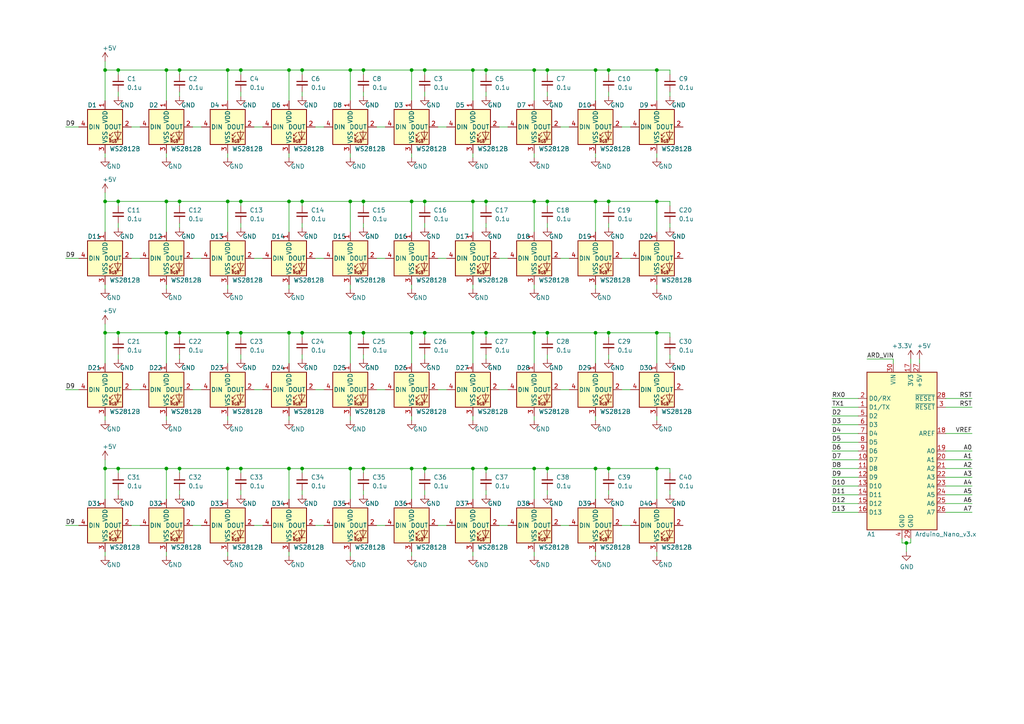
<source format=kicad_sch>
(kicad_sch (version 20230121) (generator eeschema)
  (paper "A4")
  (junction (at 83.82 96.52))
  (junction (at 172.72 96.52))
  (junction (at 140.97 135.89))
  (junction (at 105.41 135.89))
  (junction (at 52.07 96.52))
  (junction (at 66.04 58.42))
  (junction (at 137.16 96.52))
  (junction (at 30.48 135.89))
  (junction (at 48.26 58.42))
  (junction (at 48.26 135.89))
  (junction (at 119.38 20.32))
  (junction (at 119.38 58.42))
  (junction (at 154.94 135.89))
  (junction (at 154.94 96.52))
  (junction (at 137.16 20.32))
  (junction (at 30.48 96.52))
  (junction (at 172.72 135.89))
  (junction (at 48.26 20.32))
  (junction (at 154.94 58.42))
  (junction (at 123.19 96.52))
  (junction (at 66.04 20.32))
  (junction (at 87.63 96.52))
  (junction (at 101.6 135.89))
  (junction (at 158.75 96.52))
  (junction (at 83.82 58.42))
  (junction (at 34.29 135.89))
  (junction (at 30.48 58.42))
  (junction (at 176.53 135.89))
  (junction (at 101.6 58.42))
  (junction (at 119.38 96.52))
  (junction (at 34.29 58.42))
  (junction (at 105.41 96.52))
  (junction (at 69.85 135.89))
  (junction (at 190.5 58.42))
  (junction (at 176.53 58.42))
  (junction (at 158.75 20.32))
  (junction (at 137.16 135.89))
  (junction (at 158.75 135.89))
  (junction (at 119.38 135.89))
  (junction (at 101.6 20.32))
  (junction (at 262.89 157.48))
  (junction (at 69.85 58.42))
  (junction (at 101.6 96.52))
  (junction (at 69.85 96.52))
  (junction (at 83.82 20.32))
  (junction (at 105.41 58.42))
  (junction (at 190.5 20.32))
  (junction (at 172.72 20.32))
  (junction (at 176.53 96.52))
  (junction (at 69.85 20.32))
  (junction (at 48.26 96.52))
  (junction (at 140.97 58.42))
  (junction (at 140.97 20.32))
  (junction (at 190.5 96.52))
  (junction (at 87.63 58.42))
  (junction (at 52.07 20.32))
  (junction (at 52.07 58.42))
  (junction (at 140.97 96.52))
  (junction (at 172.72 58.42))
  (junction (at 123.19 58.42))
  (junction (at 30.48 20.32))
  (junction (at 123.19 20.32))
  (junction (at 66.04 96.52))
  (junction (at 52.07 135.89))
  (junction (at 34.29 20.32))
  (junction (at 83.82 135.89))
  (junction (at 176.53 20.32))
  (junction (at 123.19 135.89))
  (junction (at 158.75 58.42))
  (junction (at 87.63 135.89))
  (junction (at 154.94 20.32))
  (junction (at 190.5 135.89))
  (junction (at 87.63 20.32))
  (junction (at 137.16 58.42))
  (junction (at 66.04 135.89))
  (junction (at 34.29 96.52))
  (junction (at 105.41 20.32))
  (wire (pts (xy 66.04 82.55) (xy 66.04 83.82)))
  (wire (pts (xy 87.63 20.32) (xy 101.6 20.32)))
  (wire (pts (xy 38.1 152.4) (xy 40.64 152.4)))
  (wire (pts (xy 66.04 20.32) (xy 69.85 20.32)))
  (wire (pts (xy 52.07 58.42) (xy 66.04 58.42)))
  (wire (pts (xy 176.53 20.32) (xy 190.5 20.32)))
  (wire (pts (xy 140.97 64.77) (xy 140.97 66.04)))
  (wire (pts (xy 34.29 26.67) (xy 34.29 27.94)))
  (wire (pts (xy 105.41 96.52) (xy 105.41 97.79)))
  (wire (pts (xy 30.48 120.65) (xy 30.48 121.92)))
  (wire (pts (xy 66.04 160.02) (xy 66.04 161.29)))
  (wire (pts (xy 52.07 64.77) (xy 52.07 66.04)))
  (wire (pts (xy 261.62 156.21) (xy 261.62 157.48)))
  (wire (pts (xy 123.19 135.89) (xy 137.16 135.89)))
  (wire (pts (xy 248.92 125.73) (xy 241.3 125.73)))
  (wire (pts (xy 101.6 144.78) (xy 101.6 135.89)))
  (wire (pts (xy 30.48 135.89) (xy 34.29 135.89)))
  (wire (pts (xy 264.16 104.14) (xy 264.16 105.41)))
  (wire (pts (xy 48.26 96.52) (xy 52.07 96.52)))
  (wire (pts (xy 101.6 105.41) (xy 101.6 96.52)))
  (wire (pts (xy 52.07 142.24) (xy 52.07 143.51)))
  (wire (pts (xy 69.85 20.32) (xy 69.85 21.59)))
  (wire (pts (xy 73.66 74.93) (xy 76.2 74.93)))
  (wire (pts (xy 158.75 58.42) (xy 172.72 58.42)))
  (wire (pts (xy 140.97 135.89) (xy 140.97 137.16)))
  (wire (pts (xy 190.5 67.31) (xy 190.5 58.42)))
  (wire (pts (xy 105.41 102.87) (xy 105.41 104.14)))
  (wire (pts (xy 158.75 135.89) (xy 158.75 137.16)))
  (wire (pts (xy 48.26 58.42) (xy 52.07 58.42)))
  (wire (pts (xy 180.34 152.4) (xy 182.88 152.4)))
  (wire (pts (xy 119.38 105.41) (xy 119.38 96.52)))
  (wire (pts (xy 274.32 138.43) (xy 281.94 138.43)))
  (wire (pts (xy 172.72 160.02) (xy 172.72 161.29)))
  (wire (pts (xy 176.53 96.52) (xy 190.5 96.52)))
  (wire (pts (xy 154.94 44.45) (xy 154.94 45.72)))
  (wire (pts (xy 105.41 26.67) (xy 105.41 27.94)))
  (wire (pts (xy 38.1 74.93) (xy 40.64 74.93)))
  (wire (pts (xy 69.85 135.89) (xy 83.82 135.89)))
  (wire (pts (xy 101.6 67.31) (xy 101.6 58.42)))
  (wire (pts (xy 105.41 58.42) (xy 119.38 58.42)))
  (wire (pts (xy 30.48 93.98) (xy 30.48 96.52)))
  (wire (pts (xy 101.6 135.89) (xy 105.41 135.89)))
  (wire (pts (xy 190.5 120.65) (xy 190.5 121.92)))
  (wire (pts (xy 119.38 144.78) (xy 119.38 135.89)))
  (wire (pts (xy 172.72 135.89) (xy 176.53 135.89)))
  (wire (pts (xy 140.97 96.52) (xy 140.97 97.79)))
  (wire (pts (xy 119.38 135.89) (xy 123.19 135.89)))
  (wire (pts (xy 176.53 102.87) (xy 176.53 104.14)))
  (wire (pts (xy 52.07 96.52) (xy 66.04 96.52)))
  (wire (pts (xy 30.48 17.78) (xy 30.48 20.32)))
  (wire (pts (xy 154.94 82.55) (xy 154.94 83.82)))
  (wire (pts (xy 48.26 67.31) (xy 48.26 58.42)))
  (wire (pts (xy 190.5 82.55) (xy 190.5 83.82)))
  (wire (pts (xy 83.82 105.41) (xy 83.82 96.52)))
  (wire (pts (xy 190.5 29.21) (xy 190.5 20.32)))
  (wire (pts (xy 144.78 36.83) (xy 147.32 36.83)))
  (wire (pts (xy 101.6 82.55) (xy 101.6 83.82)))
  (wire (pts (xy 52.07 102.87) (xy 52.07 104.14)))
  (wire (pts (xy 34.29 20.32) (xy 34.29 21.59)))
  (wire (pts (xy 38.1 36.83) (xy 40.64 36.83)))
  (wire (pts (xy 140.97 58.42) (xy 154.94 58.42)))
  (wire (pts (xy 123.19 58.42) (xy 137.16 58.42)))
  (wire (pts (xy 194.31 26.67) (xy 194.31 27.94)))
  (wire (pts (xy 162.56 74.93) (xy 165.1 74.93)))
  (wire (pts (xy 119.38 58.42) (xy 123.19 58.42)))
  (wire (pts (xy 274.32 133.35) (xy 281.94 133.35)))
  (wire (pts (xy 66.04 144.78) (xy 66.04 135.89)))
  (wire (pts (xy 264.16 157.48) (xy 264.16 156.21)))
  (wire (pts (xy 194.31 102.87) (xy 194.31 104.14)))
  (wire (pts (xy 248.92 123.19) (xy 241.3 123.19)))
  (wire (pts (xy 105.41 64.77) (xy 105.41 66.04)))
  (wire (pts (xy 101.6 44.45) (xy 101.6 45.72)))
  (wire (pts (xy 194.31 64.77) (xy 194.31 66.04)))
  (wire (pts (xy 34.29 135.89) (xy 34.29 137.16)))
  (wire (pts (xy 123.19 96.52) (xy 123.19 97.79)))
  (wire (pts (xy 30.48 105.41) (xy 30.48 96.52)))
  (wire (pts (xy 172.72 67.31) (xy 172.72 58.42)))
  (wire (pts (xy 83.82 160.02) (xy 83.82 161.29)))
  (wire (pts (xy 87.63 64.77) (xy 87.63 66.04)))
  (wire (pts (xy 34.29 96.52) (xy 48.26 96.52)))
  (wire (pts (xy 119.38 44.45) (xy 119.38 45.72)))
  (wire (pts (xy 69.85 58.42) (xy 69.85 59.69)))
  (wire (pts (xy 176.53 58.42) (xy 176.53 59.69)))
  (wire (pts (xy 38.1 113.03) (xy 40.64 113.03)))
  (wire (pts (xy 194.31 20.32) (xy 194.31 21.59)))
  (wire (pts (xy 190.5 58.42) (xy 194.31 58.42)))
  (wire (pts (xy 66.04 105.41) (xy 66.04 96.52)))
  (wire (pts (xy 52.07 58.42) (xy 52.07 59.69)))
  (wire (pts (xy 140.97 102.87) (xy 140.97 104.14)))
  (wire (pts (xy 91.44 74.93) (xy 93.98 74.93)))
  (wire (pts (xy 158.75 20.32) (xy 172.72 20.32)))
  (wire (pts (xy 137.16 67.31) (xy 137.16 58.42)))
  (wire (pts (xy 172.72 44.45) (xy 172.72 45.72)))
  (wire (pts (xy 123.19 142.24) (xy 123.19 143.51)))
  (wire (pts (xy 30.48 58.42) (xy 34.29 58.42)))
  (wire (pts (xy 127 74.93) (xy 129.54 74.93)))
  (wire (pts (xy 190.5 105.41) (xy 190.5 96.52)))
  (wire (pts (xy 52.07 135.89) (xy 52.07 137.16)))
  (wire (pts (xy 69.85 102.87) (xy 69.85 104.14)))
  (wire (pts (xy 137.16 135.89) (xy 140.97 135.89)))
  (wire (pts (xy 34.29 96.52) (xy 34.29 97.79)))
  (wire (pts (xy 274.32 115.57) (xy 281.94 115.57)))
  (wire (pts (xy 66.04 29.21) (xy 66.04 20.32)))
  (wire (pts (xy 176.53 64.77) (xy 176.53 66.04)))
  (wire (pts (xy 154.94 120.65) (xy 154.94 121.92)))
  (wire (pts (xy 105.41 96.52) (xy 119.38 96.52)))
  (wire (pts (xy 274.32 125.73) (xy 281.94 125.73)))
  (wire (pts (xy 48.26 105.41) (xy 48.26 96.52)))
  (wire (pts (xy 119.38 96.52) (xy 123.19 96.52)))
  (wire (pts (xy 137.16 44.45) (xy 137.16 45.72)))
  (wire (pts (xy 48.26 160.02) (xy 48.26 161.29)))
  (wire (pts (xy 180.34 36.83) (xy 182.88 36.83)))
  (wire (pts (xy 87.63 102.87) (xy 87.63 104.14)))
  (wire (pts (xy 87.63 58.42) (xy 87.63 59.69)))
  (wire (pts (xy 123.19 64.77) (xy 123.19 66.04)))
  (wire (pts (xy 194.31 58.42) (xy 194.31 59.69)))
  (wire (pts (xy 123.19 20.32) (xy 123.19 21.59)))
  (wire (pts (xy 105.41 142.24) (xy 105.41 143.51)))
  (wire (pts (xy 101.6 96.52) (xy 105.41 96.52)))
  (wire (pts (xy 34.29 64.77) (xy 34.29 66.04)))
  (wire (pts (xy 30.48 20.32) (xy 34.29 20.32)))
  (wire (pts (xy 105.41 58.42) (xy 105.41 59.69)))
  (wire (pts (xy 109.22 152.4) (xy 111.76 152.4)))
  (wire (pts (xy 69.85 96.52) (xy 83.82 96.52)))
  (wire (pts (xy 248.92 138.43) (xy 241.3 138.43)))
  (wire (pts (xy 190.5 144.78) (xy 190.5 135.89)))
  (wire (pts (xy 83.82 58.42) (xy 87.63 58.42)))
  (wire (pts (xy 55.88 74.93) (xy 58.42 74.93)))
  (wire (pts (xy 190.5 44.45) (xy 190.5 45.72)))
  (wire (pts (xy 154.94 160.02) (xy 154.94 161.29)))
  (wire (pts (xy 158.75 20.32) (xy 158.75 21.59)))
  (wire (pts (xy 158.75 102.87) (xy 158.75 104.14)))
  (wire (pts (xy 137.16 96.52) (xy 140.97 96.52)))
  (wire (pts (xy 101.6 120.65) (xy 101.6 121.92)))
  (wire (pts (xy 176.53 26.67) (xy 176.53 27.94)))
  (wire (pts (xy 52.07 26.67) (xy 52.07 27.94)))
  (wire (pts (xy 274.32 118.11) (xy 281.94 118.11)))
  (wire (pts (xy 66.04 96.52) (xy 69.85 96.52)))
  (wire (pts (xy 259.08 105.41) (xy 259.08 104.14)))
  (wire (pts (xy 261.62 157.48) (xy 262.89 157.48)))
  (wire (pts (xy 69.85 96.52) (xy 69.85 97.79)))
  (wire (pts (xy 248.92 118.11) (xy 241.3 118.11)))
  (wire (pts (xy 137.16 29.21) (xy 137.16 20.32)))
  (wire (pts (xy 190.5 135.89) (xy 194.31 135.89)))
  (wire (pts (xy 194.31 142.24) (xy 194.31 143.51)))
  (wire (pts (xy 190.5 96.52) (xy 194.31 96.52)))
  (wire (pts (xy 137.16 120.65) (xy 137.16 121.92)))
  (wire (pts (xy 140.97 20.32) (xy 140.97 21.59)))
  (wire (pts (xy 248.92 130.81) (xy 241.3 130.81)))
  (wire (pts (xy 105.41 20.32) (xy 105.41 21.59)))
  (wire (pts (xy 140.97 26.67) (xy 140.97 27.94)))
  (wire (pts (xy 190.5 160.02) (xy 190.5 161.29)))
  (wire (pts (xy 69.85 142.24) (xy 69.85 143.51)))
  (wire (pts (xy 123.19 20.32) (xy 137.16 20.32)))
  (wire (pts (xy 19.05 36.83) (xy 22.86 36.83)))
  (wire (pts (xy 105.41 135.89) (xy 105.41 137.16)))
  (wire (pts (xy 119.38 20.32) (xy 123.19 20.32)))
  (wire (pts (xy 101.6 20.32) (xy 105.41 20.32)))
  (wire (pts (xy 34.29 135.89) (xy 48.26 135.89)))
  (wire (pts (xy 19.05 113.03) (xy 22.86 113.03)))
  (wire (pts (xy 34.29 102.87) (xy 34.29 104.14)))
  (wire (pts (xy 123.19 58.42) (xy 123.19 59.69)))
  (wire (pts (xy 127 152.4) (xy 129.54 152.4)))
  (wire (pts (xy 137.16 160.02) (xy 137.16 161.29)))
  (wire (pts (xy 158.75 96.52) (xy 172.72 96.52)))
  (wire (pts (xy 140.97 58.42) (xy 140.97 59.69)))
  (wire (pts (xy 176.53 96.52) (xy 176.53 97.79)))
  (wire (pts (xy 248.92 135.89) (xy 241.3 135.89)))
  (wire (pts (xy 48.26 144.78) (xy 48.26 135.89)))
  (wire (pts (xy 123.19 26.67) (xy 123.19 27.94)))
  (wire (pts (xy 109.22 113.03) (xy 111.76 113.03)))
  (wire (pts (xy 109.22 74.93) (xy 111.76 74.93)))
  (wire (pts (xy 48.26 44.45) (xy 48.26 45.72)))
  (wire (pts (xy 123.19 135.89) (xy 123.19 137.16)))
  (wire (pts (xy 69.85 135.89) (xy 69.85 137.16)))
  (wire (pts (xy 172.72 29.21) (xy 172.72 20.32)))
  (wire (pts (xy 158.75 58.42) (xy 158.75 59.69)))
  (wire (pts (xy 105.41 20.32) (xy 119.38 20.32)))
  (wire (pts (xy 259.08 104.14) (xy 251.46 104.14)))
  (wire (pts (xy 176.53 58.42) (xy 190.5 58.42)))
  (wire (pts (xy 34.29 58.42) (xy 48.26 58.42)))
  (wire (pts (xy 34.29 58.42) (xy 34.29 59.69)))
  (wire (pts (xy 83.82 82.55) (xy 83.82 83.82)))
  (wire (pts (xy 140.97 142.24) (xy 140.97 143.51)))
  (wire (pts (xy 83.82 44.45) (xy 83.82 45.72)))
  (wire (pts (xy 48.26 20.32) (xy 52.07 20.32)))
  (wire (pts (xy 137.16 144.78) (xy 137.16 135.89)))
  (wire (pts (xy 87.63 20.32) (xy 87.63 21.59)))
  (wire (pts (xy 119.38 29.21) (xy 119.38 20.32)))
  (wire (pts (xy 248.92 146.05) (xy 241.3 146.05)))
  (wire (pts (xy 194.31 96.52) (xy 194.31 97.79)))
  (wire (pts (xy 154.94 58.42) (xy 158.75 58.42)))
  (wire (pts (xy 109.22 36.83) (xy 111.76 36.83)))
  (wire (pts (xy 83.82 120.65) (xy 83.82 121.92)))
  (wire (pts (xy 274.32 130.81) (xy 281.94 130.81)))
  (wire (pts (xy 137.16 58.42) (xy 140.97 58.42)))
  (wire (pts (xy 30.48 82.55) (xy 30.48 83.82)))
  (wire (pts (xy 48.26 82.55) (xy 48.26 83.82)))
  (wire (pts (xy 176.53 135.89) (xy 176.53 137.16)))
  (wire (pts (xy 55.88 36.83) (xy 58.42 36.83)))
  (wire (pts (xy 73.66 36.83) (xy 76.2 36.83)))
  (wire (pts (xy 158.75 64.77) (xy 158.75 66.04)))
  (wire (pts (xy 162.56 113.03) (xy 165.1 113.03)))
  (wire (pts (xy 101.6 29.21) (xy 101.6 20.32)))
  (wire (pts (xy 162.56 36.83) (xy 165.1 36.83)))
  (wire (pts (xy 30.48 29.21) (xy 30.48 20.32)))
  (wire (pts (xy 123.19 102.87) (xy 123.19 104.14)))
  (wire (pts (xy 154.94 96.52) (xy 158.75 96.52)))
  (wire (pts (xy 30.48 144.78) (xy 30.48 135.89)))
  (wire (pts (xy 144.78 152.4) (xy 147.32 152.4)))
  (wire (pts (xy 144.78 74.93) (xy 147.32 74.93)))
  (wire (pts (xy 119.38 67.31) (xy 119.38 58.42)))
  (wire (pts (xy 137.16 82.55) (xy 137.16 83.82)))
  (wire (pts (xy 30.48 160.02) (xy 30.48 161.29)))
  (wire (pts (xy 69.85 64.77) (xy 69.85 66.04)))
  (wire (pts (xy 144.78 113.03) (xy 147.32 113.03)))
  (wire (pts (xy 87.63 58.42) (xy 101.6 58.42)))
  (wire (pts (xy 19.05 74.93) (xy 22.86 74.93)))
  (wire (pts (xy 69.85 26.67) (xy 69.85 27.94)))
  (wire (pts (xy 91.44 113.03) (xy 93.98 113.03)))
  (wire (pts (xy 274.32 143.51) (xy 281.94 143.51)))
  (wire (pts (xy 172.72 96.52) (xy 176.53 96.52)))
  (wire (pts (xy 266.7 104.14) (xy 266.7 105.41)))
  (wire (pts (xy 154.94 105.41) (xy 154.94 96.52)))
  (wire (pts (xy 154.94 20.32) (xy 158.75 20.32)))
  (wire (pts (xy 30.48 55.88) (xy 30.48 58.42)))
  (wire (pts (xy 101.6 160.02) (xy 101.6 161.29)))
  (wire (pts (xy 274.32 146.05) (xy 281.94 146.05)))
  (wire (pts (xy 119.38 82.55) (xy 119.38 83.82)))
  (wire (pts (xy 30.48 44.45) (xy 30.48 45.72)))
  (wire (pts (xy 190.5 20.32) (xy 194.31 20.32)))
  (wire (pts (xy 248.92 120.65) (xy 241.3 120.65)))
  (wire (pts (xy 248.92 140.97) (xy 241.3 140.97)))
  (wire (pts (xy 30.48 133.35) (xy 30.48 135.89)))
  (wire (pts (xy 91.44 36.83) (xy 93.98 36.83)))
  (wire (pts (xy 262.89 157.48) (xy 264.16 157.48)))
  (wire (pts (xy 87.63 26.67) (xy 87.63 27.94)))
  (wire (pts (xy 262.89 157.48) (xy 262.89 160.02)))
  (wire (pts (xy 83.82 96.52) (xy 87.63 96.52)))
  (wire (pts (xy 101.6 58.42) (xy 105.41 58.42)))
  (wire (pts (xy 30.48 96.52) (xy 34.29 96.52)))
  (wire (pts (xy 69.85 20.32) (xy 83.82 20.32)))
  (wire (pts (xy 180.34 113.03) (xy 182.88 113.03)))
  (wire (pts (xy 87.63 135.89) (xy 101.6 135.89)))
  (wire (pts (xy 137.16 20.32) (xy 140.97 20.32)))
  (wire (pts (xy 52.07 135.89) (xy 66.04 135.89)))
  (wire (pts (xy 248.92 115.57) (xy 241.3 115.57)))
  (wire (pts (xy 48.26 29.21) (xy 48.26 20.32)))
  (wire (pts (xy 119.38 160.02) (xy 119.38 161.29)))
  (wire (pts (xy 55.88 113.03) (xy 58.42 113.03)))
  (wire (pts (xy 19.05 152.4) (xy 22.86 152.4)))
  (wire (pts (xy 180.34 74.93) (xy 182.88 74.93)))
  (wire (pts (xy 87.63 96.52) (xy 87.63 97.79)))
  (wire (pts (xy 83.82 67.31) (xy 83.82 58.42)))
  (wire (pts (xy 248.92 148.59) (xy 241.3 148.59)))
  (wire (pts (xy 48.26 135.89) (xy 52.07 135.89)))
  (wire (pts (xy 172.72 144.78) (xy 172.72 135.89)))
  (wire (pts (xy 137.16 105.41) (xy 137.16 96.52)))
  (wire (pts (xy 248.92 133.35) (xy 241.3 133.35)))
  (wire (pts (xy 248.92 128.27) (xy 241.3 128.27)))
  (wire (pts (xy 119.38 120.65) (xy 119.38 121.92)))
  (wire (pts (xy 127 36.83) (xy 129.54 36.83)))
  (wire (pts (xy 69.85 58.42) (xy 83.82 58.42)))
  (wire (pts (xy 66.04 58.42) (xy 69.85 58.42)))
  (wire (pts (xy 73.66 113.03) (xy 76.2 113.03)))
  (wire (pts (xy 105.41 135.89) (xy 119.38 135.89)))
  (wire (pts (xy 248.92 143.51) (xy 241.3 143.51)))
  (wire (pts (xy 176.53 135.89) (xy 190.5 135.89)))
  (wire (pts (xy 140.97 20.32) (xy 154.94 20.32)))
  (wire (pts (xy 162.56 152.4) (xy 165.1 152.4)))
  (wire (pts (xy 140.97 96.52) (xy 154.94 96.52)))
  (wire (pts (xy 52.07 20.32) (xy 52.07 21.59)))
  (wire (pts (xy 87.63 96.52) (xy 101.6 96.52)))
  (wire (pts (xy 87.63 135.89) (xy 87.63 137.16)))
  (wire (pts (xy 172.72 120.65) (xy 172.72 121.92)))
  (wire (pts (xy 83.82 20.32) (xy 87.63 20.32)))
  (wire (pts (xy 158.75 142.24) (xy 158.75 143.51)))
  (wire (pts (xy 66.04 44.45) (xy 66.04 45.72)))
  (wire (pts (xy 274.32 148.59) (xy 281.94 148.59)))
  (wire (pts (xy 172.72 82.55) (xy 172.72 83.82)))
  (wire (pts (xy 158.75 26.67) (xy 158.75 27.94)))
  (wire (pts (xy 274.32 140.97) (xy 281.94 140.97)))
  (wire (pts (xy 34.29 142.24) (xy 34.29 143.51)))
  (wire (pts (xy 172.72 20.32) (xy 176.53 20.32)))
  (wire (pts (xy 154.94 67.31) (xy 154.94 58.42)))
  (wire (pts (xy 154.94 135.89) (xy 158.75 135.89)))
  (wire (pts (xy 34.29 20.32) (xy 48.26 20.32)))
  (wire (pts (xy 158.75 135.89) (xy 172.72 135.89)))
  (wire (pts (xy 176.53 20.32) (xy 176.53 21.59)))
  (wire (pts (xy 140.97 135.89) (xy 154.94 135.89)))
  (wire (pts (xy 87.63 142.24) (xy 87.63 143.51)))
  (wire (pts (xy 154.94 29.21) (xy 154.94 20.32)))
  (wire (pts (xy 123.19 96.52) (xy 137.16 96.52)))
  (wire (pts (xy 158.75 96.52) (xy 158.75 97.79)))
  (wire (pts (xy 73.66 152.4) (xy 76.2 152.4)))
  (wire (pts (xy 83.82 144.78) (xy 83.82 135.89)))
  (wire (pts (xy 48.26 120.65) (xy 48.26 121.92)))
  (wire (pts (xy 52.07 20.32) (xy 66.04 20.32)))
  (wire (pts (xy 83.82 29.21) (xy 83.82 20.32)))
  (wire (pts (xy 274.32 135.89) (xy 281.94 135.89)))
  (wire (pts (xy 66.04 120.65) (xy 66.04 121.92)))
  (wire (pts (xy 66.04 135.89) (xy 69.85 135.89)))
  (wire (pts (xy 52.07 96.52) (xy 52.07 97.79)))
  (wire (pts (xy 194.31 135.89) (xy 194.31 137.16)))
  (wire (pts (xy 55.88 152.4) (xy 58.42 152.4)))
  (wire (pts (xy 154.94 144.78) (xy 154.94 135.89)))
  (wire (pts (xy 172.72 58.42) (xy 176.53 58.42)))
  (wire (pts (xy 66.04 67.31) (xy 66.04 58.42)))
  (wire (pts (xy 172.72 105.41) (xy 172.72 96.52)))
  (wire (pts (xy 91.44 152.4) (xy 93.98 152.4)))
  (wire (pts (xy 127 113.03) (xy 129.54 113.03)))
  (wire (pts (xy 30.48 67.31) (xy 30.48 58.42)))
  (wire (pts (xy 176.53 142.24) (xy 176.53 143.51)))
  (wire (pts (xy 83.82 135.89) (xy 87.63 135.89)))
  (label "D12" (at 241.3 146.05 0))
  (label "RST" (at 281.94 115.57 180))
  (label "A3" (at 281.94 138.43 180))
  (label "A0" (at 281.94 130.81 180))
  (label "D8" (at 241.3 135.89 0))
  (label "RX0" (at 241.3 115.57 0))
  (label "RST" (at 281.94 118.11 180))
  (label "D9" (at 241.3 138.43 0))
  (label "D9" (at 19.05 36.83 0))
  (label "A1" (at 281.94 133.35 180))
  (label "A6" (at 281.94 146.05 180))
  (label "D4" (at 241.3 125.73 0))
  (label "D9" (at 19.05 152.4 0))
  (label "D9" (at 19.05 113.03 0))
  (label "D6" (at 241.3 130.81 0))
  (label "A5" (at 281.94 143.51 180))
  (label "A7" (at 281.94 148.59 180))
  (label "TX1" (at 241.3 118.11 0))
  (label "D2" (at 241.3 120.65 0))
  (label "D3" (at 241.3 123.19 0))
  (label "D9" (at 19.05 74.93 0))
  (label "A2" (at 281.94 135.89 180))
  (label "A4" (at 281.94 140.97 180))
  (label "VREF" (at 281.94 125.73 180))
  (label "D13" (at 241.3 148.59 0))
  (label "D10" (at 241.3 140.97 0))
  (label "D11" (at 241.3 143.51 0))
  (label "D5" (at 241.3 128.27 0))
  (label "D7" (at 241.3 133.35 0))
  (label "ARD_VIN" (at 251.46 104.14 0))
  (symbol (lib_id "power:GND") (at 137.16 161.29 0) (unit 1)
    (property "Reference" "#PWR080" (effects hide))
    (property "Value" "GND" (at 139.7 163.83 0))
  )
  (symbol (lib_id "Device:C_Small") (at 105.41 139.7 0) (unit 1)
    (property "Reference" "C35" (at 107.95 138.43 0) (effects (justify left)))
    (property "Value" "0.1u" (at 107.95 140.97 0) (effects (justify left)))
    (property "Footprint" "Capacitor_SMD:C_0603_1608Metric_Pad1.05x0.95mm_HandSolder" (effects hide))
    (property "Digikey#" "478-10836-1-ND" (effects hide))
  )
  (symbol (lib_id "LED:WS2812B") (at 48.26 113.03 0) (unit 1)
    (property "Reference" "D22" (at 43.18 106.68 0) (effects (justify left)))
    (property "Value" "WS2812B" (at 49.53 119.38 0) (effects (justify left)))
    (property "Footprint" "LED_SMD:LED_WS2812B_PLCC4_5.0x5.0mm_P3.2mm" (effects hide))
    (property "Datasheet" "https://cdn-shop.adafruit.com/datasheets/WS2812B.pdf" (effects hide))
    (property "Digikey#" "1568-COM-16347CT-ND" (effects hide))
  )
  (symbol (lib_id "power:GND") (at 190.5 45.72 0) (unit 1)
    (property "Reference" "#PWR019" (effects hide))
    (property "Value" "GND" (at 193.04 48.26 0))
  )
  (symbol (lib_id "power:GND") (at 176.53 27.94 0) (unit 1)
    (property "Reference" "#PWR021" (effects hide))
    (property "Value" "GND" (at 179.07 30.48 0))
  )
  (symbol (lib_id "LED:WS2812B") (at 30.48 152.4 0) (unit 1)
    (property "Reference" "D31" (at 25.4 146.05 0) (effects (justify left)))
    (property "Value" "WS2812B" (at 31.75 158.75 0) (effects (justify left)))
    (property "Footprint" "LED_SMD:LED_WS2812B_PLCC4_5.0x5.0mm_P3.2mm" (effects hide))
    (property "Datasheet" "https://cdn-shop.adafruit.com/datasheets/WS2812B.pdf" (effects hide))
    (property "Digikey#" "1568-COM-16347CT-ND" (effects hide))
  )
  (symbol (lib_id "power:GND") (at 87.63 27.94 0) (unit 1)
    (property "Reference" "#PWR015" (effects hide))
    (property "Value" "GND" (at 90.17 30.48 0))
  )
  (symbol (lib_id "power:GND") (at 140.97 27.94 0) (unit 1)
    (property "Reference" "#PWR010" (effects hide))
    (property "Value" "GND" (at 143.51 30.48 0))
  )
  (symbol (lib_id "LED:WS2812B") (at 172.72 113.03 0) (unit 1)
    (property "Reference" "D29" (at 167.64 106.68 0) (effects (justify left)))
    (property "Value" "WS2812B" (at 173.99 119.38 0) (effects (justify left)))
    (property "Footprint" "LED_SMD:LED_WS2812B_PLCC4_5.0x5.0mm_P3.2mm" (effects hide))
    (property "Datasheet" "https://cdn-shop.adafruit.com/datasheets/WS2812B.pdf" (effects hide))
    (property "Digikey#" "1568-COM-16347CT-ND" (effects hide))
  )
  (symbol (lib_id "Device:C_Small") (at 105.41 24.13 0) (unit 1)
    (property "Reference" "C8" (at 107.95 22.86 0) (effects (justify left)))
    (property "Value" "0.1u" (at 107.95 25.4 0) (effects (justify left)))
    (property "Footprint" "Capacitor_SMD:C_0603_1608Metric_Pad1.05x0.95mm_HandSolder" (effects hide))
    (property "Digikey#" "478-10836-1-ND" (effects hide))
  )
  (symbol (lib_id "power:GND") (at 52.07 27.94 0) (unit 1)
    (property "Reference" "#PWR07" (effects hide))
    (property "Value" "GND" (at 54.61 30.48 0))
  )
  (symbol (lib_id "power:GND") (at 30.48 161.29 0) (unit 1)
    (property "Reference" "#PWR068" (effects hide))
    (property "Value" "GND" (at 33.02 163.83 0))
  )
  (symbol (lib_id "Device:C_Small") (at 87.63 139.7 0) (unit 1)
    (property "Reference" "C34" (at 90.17 138.43 0) (effects (justify left)))
    (property "Value" "0.1u" (at 90.17 140.97 0) (effects (justify left)))
    (property "Footprint" "Capacitor_SMD:C_0603_1608Metric_Pad1.05x0.95mm_HandSolder" (effects hide))
    (property "Digikey#" "478-10836-1-ND" (effects hide))
  )
  (symbol (lib_id "LED:WS2812B") (at 83.82 74.93 0) (unit 1)
    (property "Reference" "D14" (at 78.74 68.58 0) (effects (justify left)))
    (property "Value" "WS2812B" (at 85.09 81.28 0) (effects (justify left)))
    (property "Footprint" "LED_SMD:LED_WS2812B_PLCC4_5.0x5.0mm_P3.2mm" (effects hide))
    (property "Datasheet" "https://cdn-shop.adafruit.com/datasheets/WS2812B.pdf" (effects hide))
    (property "Digikey#" "1568-COM-16347CT-ND" (effects hide))
  )
  (symbol (lib_id "power:GND") (at 105.41 104.14 0) (unit 1)
    (property "Reference" "#PWR056" (effects hide))
    (property "Value" "GND" (at 107.95 106.68 0))
  )
  (symbol (lib_id "power:GND") (at 172.72 161.29 0) (unit 1)
    (property "Reference" "#PWR084" (effects hide))
    (property "Value" "GND" (at 175.26 163.83 0))
  )
  (symbol (lib_id "LED:WS2812B") (at 119.38 36.83 0) (unit 1)
    (property "Reference" "D3" (at 114.3 30.48 0) (effects (justify left)))
    (property "Value" "WS2812B" (at 120.65 43.18 0) (effects (justify left)))
    (property "Footprint" "LED_SMD:LED_WS2812B_PLCC4_5.0x5.0mm_P3.2mm" (effects hide))
    (property "Datasheet" "https://cdn-shop.adafruit.com/datasheets/WS2812B.pdf" (effects hide))
    (property "Digikey#" "1568-COM-16347CT-ND" (effects hide))
  )
  (symbol (lib_id "power:GND") (at 30.48 45.72 0) (unit 1)
    (property "Reference" "#PWR02" (effects hide))
    (property "Value" "GND" (at 33.02 48.26 0))
  )
  (symbol (lib_id "LED:WS2812B") (at 190.5 36.83 0) (unit 1)
    (property "Reference" "D9" (at 185.42 30.48 0) (effects (justify left)))
    (property "Value" "WS2812B" (at 191.77 43.18 0) (effects (justify left)))
    (property "Footprint" "LED_SMD:LED_WS2812B_PLCC4_5.0x5.0mm_P3.2mm" (effects hide))
    (property "Datasheet" "https://cdn-shop.adafruit.com/datasheets/WS2812B.pdf" (effects hide))
    (property "Digikey#" "1568-COM-16347CT-ND" (effects hide))
  )
  (symbol (lib_id "LED:WS2812B") (at 154.94 152.4 0) (unit 1)
    (property "Reference" "D38" (at 149.86 146.05 0) (effects (justify left)))
    (property "Value" "WS2812B" (at 156.21 158.75 0) (effects (justify left)))
    (property "Footprint" "LED_SMD:LED_WS2812B_PLCC4_5.0x5.0mm_P3.2mm" (effects hide))
    (property "Datasheet" "https://cdn-shop.adafruit.com/datasheets/WS2812B.pdf" (effects hide))
    (property "Digikey#" "1568-COM-16347CT-ND" (effects hide))
  )
  (symbol (lib_id "power:GND") (at 137.16 45.72 0) (unit 1)
    (property "Reference" "#PWR08" (effects hide))
    (property "Value" "GND" (at 139.7 48.26 0))
  )
  (symbol (lib_id "power:GND") (at 137.16 121.92 0) (unit 1)
    (property "Reference" "#PWR059" (effects hide))
    (property "Value" "GND" (at 139.7 124.46 0))
  )
  (symbol (lib_id "Device:C_Small") (at 34.29 100.33 0) (unit 1)
    (property "Reference" "C21" (at 36.83 99.06 0) (effects (justify left)))
    (property "Value" "0.1u" (at 36.83 101.6 0) (effects (justify left)))
    (property "Footprint" "Capacitor_SMD:C_0603_1608Metric_Pad1.05x0.95mm_HandSolder" (effects hide))
    (property "Digikey#" "478-10836-1-ND" (effects hide))
  )
  (symbol (lib_id "power:GND") (at 66.04 121.92 0) (unit 1)
    (property "Reference" "#PWR051" (effects hide))
    (property "Value" "GND" (at 68.58 124.46 0))
  )
  (symbol (lib_id "power:GND") (at 52.07 66.04 0) (unit 1)
    (property "Reference" "#PWR029" (effects hide))
    (property "Value" "GND" (at 54.61 68.58 0))
  )
  (symbol (lib_id "LED:WS2812B") (at 30.48 113.03 0) (unit 1)
    (property "Reference" "D21" (at 25.4 106.68 0) (effects (justify left)))
    (property "Value" "WS2812B" (at 31.75 119.38 0) (effects (justify left)))
    (property "Footprint" "LED_SMD:LED_WS2812B_PLCC4_5.0x5.0mm_P3.2mm" (effects hide))
    (property "Datasheet" "https://cdn-shop.adafruit.com/datasheets/WS2812B.pdf" (effects hide))
    (property "Digikey#" "1568-COM-16347CT-ND" (effects hide))
  )
  (symbol (lib_id "power:GND") (at 154.94 83.82 0) (unit 1)
    (property "Reference" "#PWR040" (effects hide))
    (property "Value" "GND" (at 157.48 86.36 0))
  )
  (symbol (lib_id "Device:C_Small") (at 194.31 139.7 0) (unit 1)
    (property "Reference" "C40" (at 196.85 138.43 0) (effects (justify left)))
    (property "Value" "0.1u" (at 196.85 140.97 0) (effects (justify left)))
    (property "Footprint" "Capacitor_SMD:C_0603_1608Metric_Pad1.05x0.95mm_HandSolder" (effects hide))
    (property "Digikey#" "478-10836-1-ND" (effects hide))
  )
  (symbol (lib_id "power:GND") (at 34.29 143.51 0) (unit 1)
    (property "Reference" "#PWR069" (effects hide))
    (property "Value" "GND" (at 36.83 146.05 0))
  )
  (symbol (lib_id "power:GND") (at 69.85 104.14 0) (unit 1)
    (property "Reference" "#PWR052" (effects hide))
    (property "Value" "GND" (at 72.39 106.68 0))
  )
  (symbol (lib_id "LED:WS2812B") (at 172.72 152.4 0) (unit 1)
    (property "Reference" "D39" (at 167.64 146.05 0) (effects (justify left)))
    (property "Value" "WS2812B" (at 173.99 158.75 0) (effects (justify left)))
    (property "Footprint" "LED_SMD:LED_WS2812B_PLCC4_5.0x5.0mm_P3.2mm" (effects hide))
    (property "Datasheet" "https://cdn-shop.adafruit.com/datasheets/WS2812B.pdf" (effects hide))
    (property "Digikey#" "1568-COM-16347CT-ND" (effects hide))
  )
  (symbol (lib_id "power:GND") (at 34.29 66.04 0) (unit 1)
    (property "Reference" "#PWR027" (effects hide))
    (property "Value" "GND" (at 36.83 68.58 0))
  )
  (symbol (lib_id "Device:C_Small") (at 123.19 62.23 0) (unit 1)
    (property "Reference" "C16" (at 125.73 60.96 0) (effects (justify left)))
    (property "Value" "0.1u" (at 125.73 63.5 0) (effects (justify left)))
    (property "Footprint" "Capacitor_SMD:C_0603_1608Metric_Pad1.05x0.95mm_HandSolder" (effects hide))
    (property "Digikey#" "478-10836-1-ND" (effects hide))
  )
  (symbol (lib_id "LED:WS2812B") (at 172.72 36.83 0) (unit 1)
    (property "Reference" "D10" (at 167.64 30.48 0) (effects (justify left)))
    (property "Value" "WS2812B" (at 173.99 43.18 0) (effects (justify left)))
    (property "Footprint" "LED_SMD:LED_WS2812B_PLCC4_5.0x5.0mm_P3.2mm" (effects hide))
    (property "Datasheet" "https://cdn-shop.adafruit.com/datasheets/WS2812B.pdf" (effects hide))
    (property "Digikey#" "1568-COM-16347CT-ND" (effects hide))
  )
  (symbol (lib_id "LED:WS2812B") (at 137.16 113.03 0) (unit 1)
    (property "Reference" "D27" (at 132.08 106.68 0) (effects (justify left)))
    (property "Value" "WS2812B" (at 138.43 119.38 0) (effects (justify left)))
    (property "Footprint" "LED_SMD:LED_WS2812B_PLCC4_5.0x5.0mm_P3.2mm" (effects hide))
    (property "Datasheet" "https://cdn-shop.adafruit.com/datasheets/WS2812B.pdf" (effects hide))
    (property "Digikey#" "1568-COM-16347CT-ND" (effects hide))
  )
  (symbol (lib_id "power:GND") (at 52.07 143.51 0) (unit 1)
    (property "Reference" "#PWR071" (effects hide))
    (property "Value" "GND" (at 54.61 146.05 0))
  )
  (symbol (lib_id "Device:C_Small") (at 123.19 100.33 0) (unit 1)
    (property "Reference" "C26" (at 125.73 99.06 0) (effects (justify left)))
    (property "Value" "0.1u" (at 125.73 101.6 0) (effects (justify left)))
    (property "Footprint" "Capacitor_SMD:C_0603_1608Metric_Pad1.05x0.95mm_HandSolder" (effects hide))
    (property "Digikey#" "478-10836-1-ND" (effects hide))
  )
  (symbol (lib_id "power:GND") (at 105.41 143.51 0) (unit 1)
    (property "Reference" "#PWR077" (effects hide))
    (property "Value" "GND" (at 107.95 146.05 0))
  )
  (symbol (lib_id "power:GND") (at 154.94 45.72 0) (unit 1)
    (property "Reference" "#PWR012" (effects hide))
    (property "Value" "GND" (at 157.48 48.26 0))
  )
  (symbol (lib_id "power:GND") (at 190.5 83.82 0) (unit 1)
    (property "Reference" "#PWR044" (effects hide))
    (property "Value" "GND" (at 193.04 86.36 0))
  )
  (symbol (lib_id "power:GND") (at 83.82 83.82 0) (unit 1)
    (property "Reference" "#PWR032" (effects hide))
    (property "Value" "GND" (at 86.36 86.36 0))
  )
  (symbol (lib_id "power:GND") (at 105.41 27.94 0) (unit 1)
    (property "Reference" "#PWR018" (effects hide))
    (property "Value" "GND" (at 107.95 30.48 0))
  )
  (symbol (lib_id "Device:C_Small") (at 194.31 24.13 0) (unit 1)
    (property "Reference" "C9" (at 196.85 22.86 0) (effects (justify left)))
    (property "Value" "0.1u" (at 196.85 25.4 0) (effects (justify left)))
    (property "Footprint" "Capacitor_SMD:C_0603_1608Metric_Pad1.05x0.95mm_HandSolder" (effects hide))
    (property "Digikey#" "478-10836-1-ND" (effects hide))
  )
  (symbol (lib_id "power:GND") (at 87.63 143.51 0) (unit 1)
    (property "Reference" "#PWR075" (effects hide))
    (property "Value" "GND" (at 90.17 146.05 0))
  )
  (symbol (lib_id "Device:C_Small") (at 34.29 24.13 0) (unit 1)
    (property "Reference" "C1" (at 36.83 22.86 0) (effects (justify left)))
    (property "Value" "0.1u" (at 36.83 25.4 0) (effects (justify left)))
    (property "Footprint" "Capacitor_SMD:C_0603_1608Metric_Pad1.05x0.95mm_HandSolder" (effects hide))
    (property "Digikey#" "478-10836-1-ND" (effects hide))
  )
  (symbol (lib_id "power:GND") (at 172.72 45.72 0) (unit 1)
    (property "Reference" "#PWR016" (effects hide))
    (property "Value" "GND" (at 175.26 48.26 0))
  )
  (symbol (lib_id "power:GND") (at 105.41 66.04 0) (unit 1)
    (property "Reference" "#PWR035" (effects hide))
    (property "Value" "GND" (at 107.95 68.58 0))
  )
  (symbol (lib_id "power:GND") (at 48.26 121.92 0) (unit 1)
    (property "Reference" "#PWR049" (effects hide))
    (property "Value" "GND" (at 50.8 124.46 0))
  )
  (symbol (lib_id "LED:WS2812B") (at 137.16 36.83 0) (unit 1)
    (property "Reference" "D5" (at 132.08 30.48 0) (effects (justify left)))
    (property "Value" "WS2812B" (at 138.43 43.18 0) (effects (justify left)))
    (property "Footprint" "LED_SMD:LED_WS2812B_PLCC4_5.0x5.0mm_P3.2mm" (effects hide))
    (property "Datasheet" "https://cdn-shop.adafruit.com/datasheets/WS2812B.pdf" (effects hide))
    (property "Digikey#" "1568-COM-16347CT-ND" (effects hide))
  )
  (symbol (lib_id "Device:C_Small") (at 105.41 100.33 0) (unit 1)
    (property "Reference" "C25" (at 107.95 99.06 0) (effects (justify left)))
    (property "Value" "0.1u" (at 107.95 101.6 0) (effects (justify left)))
    (property "Footprint" "Capacitor_SMD:C_0603_1608Metric_Pad1.05x0.95mm_HandSolder" (effects hide))
    (property "Digikey#" "478-10836-1-ND" (effects hide))
  )
  (symbol (lib_id "LED:WS2812B") (at 154.94 113.03 0) (unit 1)
    (property "Reference" "D28" (at 149.86 106.68 0) (effects (justify left)))
    (property "Value" "WS2812B" (at 156.21 119.38 0) (effects (justify left)))
    (property "Footprint" "LED_SMD:LED_WS2812B_PLCC4_5.0x5.0mm_P3.2mm" (effects hide))
    (property "Datasheet" "https://cdn-shop.adafruit.com/datasheets/WS2812B.pdf" (effects hide))
    (property "Digikey#" "1568-COM-16347CT-ND" (effects hide))
  )
  (symbol (lib_id "LED:WS2812B") (at 66.04 74.93 0) (unit 1)
    (property "Reference" "D13" (at 60.96 68.58 0) (effects (justify left)))
    (property "Value" "WS2812B" (at 67.31 81.28 0) (effects (justify left)))
    (property "Footprint" "LED_SMD:LED_WS2812B_PLCC4_5.0x5.0mm_P3.2mm" (effects hide))
    (property "Datasheet" "https://cdn-shop.adafruit.com/datasheets/WS2812B.pdf" (effects hide))
    (property "Digikey#" "1568-COM-16347CT-ND" (effects hide))
  )
  (symbol (lib_id "power:GND") (at 48.26 161.29 0) (unit 1)
    (property "Reference" "#PWR070" (effects hide))
    (property "Value" "GND" (at 50.8 163.83 0))
  )
  (symbol (lib_id "LED:WS2812B") (at 154.94 74.93 0) (unit 1)
    (property "Reference" "D18" (at 149.86 68.58 0) (effects (justify left)))
    (property "Value" "WS2812B" (at 156.21 81.28 0) (effects (justify left)))
    (property "Footprint" "LED_SMD:LED_WS2812B_PLCC4_5.0x5.0mm_P3.2mm" (effects hide))
    (property "Datasheet" "https://cdn-shop.adafruit.com/datasheets/WS2812B.pdf" (effects hide))
    (property "Digikey#" "1568-COM-16347CT-ND" (effects hide))
  )
  (symbol (lib_id "LED:WS2812B") (at 30.48 74.93 0) (unit 1)
    (property "Reference" "D11" (at 25.4 68.58 0) (effects (justify left)))
    (property "Value" "WS2812B" (at 31.75 81.28 0) (effects (justify left)))
    (property "Footprint" "LED_SMD:LED_WS2812B_PLCC4_5.0x5.0mm_P3.2mm" (effects hide))
    (property "Datasheet" "https://cdn-shop.adafruit.com/datasheets/WS2812B.pdf" (effects hide))
    (property "Digikey#" "1568-COM-16347CT-ND" (effects hide))
  )
  (symbol (lib_id "LED:WS2812B") (at 30.48 36.83 0) (unit 1)
    (property "Reference" "D1" (at 25.4 30.48 0) (effects (justify left)))
    (property "Value" "WS2812B" (at 31.75 43.18 0) (effects (justify left)))
    (property "Footprint" "LED_SMD:LED_WS2812B_PLCC4_5.0x5.0mm_P3.2mm" (effects hide))
    (property "Datasheet" "https://cdn-shop.adafruit.com/datasheets/WS2812B.pdf" (effects hide))
    (property "Digikey#" "1568-COM-16347CT-ND" (effects hide))
  )
  (symbol (lib_id "Device:C_Small") (at 194.31 62.23 0) (unit 1)
    (property "Reference" "C20" (at 196.85 60.96 0) (effects (justify left)))
    (property "Value" "0.1u" (at 196.85 63.5 0) (effects (justify left)))
    (property "Footprint" "Capacitor_SMD:C_0603_1608Metric_Pad1.05x0.95mm_HandSolder" (effects hide))
    (property "Digikey#" "478-10836-1-ND" (effects hide))
  )
  (symbol (lib_id "power:GND") (at 30.48 83.82 0) (unit 1)
    (property "Reference" "#PWR026" (effects hide))
    (property "Value" "GND" (at 33.02 86.36 0))
  )
  (symbol (lib_id "Device:C_Small") (at 176.53 100.33 0) (unit 1)
    (property "Reference" "C29" (at 179.07 99.06 0) (effects (justify left)))
    (property "Value" "0.1u" (at 179.07 101.6 0) (effects (justify left)))
    (property "Footprint" "Capacitor_SMD:C_0603_1608Metric_Pad1.05x0.95mm_HandSolder" (effects hide))
    (property "Digikey#" "478-10836-1-ND" (effects hide))
  )
  (symbol (lib_id "Device:C_Small") (at 52.07 24.13 0) (unit 1)
    (property "Reference" "C2" (at 54.61 22.86 0) (effects (justify left)))
    (property "Value" "0.1u" (at 54.61 25.4 0) (effects (justify left)))
    (property "Footprint" "Capacitor_SMD:C_0603_1608Metric_Pad1.05x0.95mm_HandSolder" (effects hide))
    (property "Digikey#" "478-10836-1-ND" (effects hide))
  )
  (symbol (lib_id "LED:WS2812B") (at 101.6 152.4 0) (unit 1)
    (property "Reference" "D35" (at 96.52 146.05 0) (effects (justify left)))
    (property "Value" "WS2812B" (at 102.87 158.75 0) (effects (justify left)))
    (property "Footprint" "LED_SMD:LED_WS2812B_PLCC4_5.0x5.0mm_P3.2mm" (effects hide))
    (property "Datasheet" "https://cdn-shop.adafruit.com/datasheets/WS2812B.pdf" (effects hide))
    (property "Digikey#" "1568-COM-16347CT-ND" (effects hide))
  )
  (symbol (lib_id "power:GND") (at 101.6 161.29 0) (unit 1)
    (property "Reference" "#PWR076" (effects hide))
    (property "Value" "GND" (at 104.14 163.83 0))
  )
  (symbol (lib_id "LED:WS2812B") (at 190.5 113.03 0) (unit 1)
    (property "Reference" "D30" (at 185.42 106.68 0) (effects (justify left)))
    (property "Value" "WS2812B" (at 191.77 119.38 0) (effects (justify left)))
    (property "Footprint" "LED_SMD:LED_WS2812B_PLCC4_5.0x5.0mm_P3.2mm" (effects hide))
    (property "Datasheet" "https://cdn-shop.adafruit.com/datasheets/WS2812B.pdf" (effects hide))
    (property "Digikey#" "1568-COM-16347CT-ND" (effects hide))
  )
  (symbol (lib_id "Device:C_Small") (at 123.19 139.7 0) (unit 1)
    (property "Reference" "C36" (at 125.73 138.43 0) (effects (justify left)))
    (property "Value" "0.1u" (at 125.73 140.97 0) (effects (justify left)))
    (property "Footprint" "Capacitor_SMD:C_0603_1608Metric_Pad1.05x0.95mm_HandSolder" (effects hide))
    (property "Digikey#" "478-10836-1-ND" (effects hide))
  )
  (symbol (lib_id "power:GND") (at 48.26 45.72 0) (unit 1)
    (property "Reference" "#PWR05" (effects hide))
    (property "Value" "GND" (at 50.8 48.26 0))
  )
  (symbol (lib_id "power:GND") (at 123.19 143.51 0) (unit 1)
    (property "Reference" "#PWR079" (effects hide))
    (property "Value" "GND" (at 125.73 146.05 0))
  )
  (symbol (lib_id "power:+5V") (at 30.48 55.88 0) (unit 1)
    (property "Reference" "#PWR022" (effects hide))
    (property "Value" "+5V" (at 31.75 52.07 0))
  )
  (symbol (lib_id "power:GND") (at 158.75 66.04 0) (unit 1)
    (property "Reference" "#PWR041" (effects hide))
    (property "Value" "GND" (at 161.29 68.58 0))
  )
  (symbol (lib_id "Device:C_Small") (at 69.85 62.23 0) (unit 1)
    (property "Reference" "C13" (at 72.39 60.96 0) (effects (justify left)))
    (property "Value" "0.1u" (at 72.39 63.5 0) (effects (justify left)))
    (property "Footprint" "Capacitor_SMD:C_0603_1608Metric_Pad1.05x0.95mm_HandSolder" (effects hide))
    (property "Digikey#" "478-10836-1-ND" (effects hide))
  )
  (symbol (lib_id "power:GND") (at 123.19 66.04 0) (unit 1)
    (property "Reference" "#PWR037" (effects hide))
    (property "Value" "GND" (at 125.73 68.58 0))
  )
  (symbol (lib_id "power:+3.3V") (at 264.16 104.14 0) (unit 1)
    (property "Reference" "#PWR024" (effects hide))
    (property "Value" "+3.3V" (at 261.62 100.33 0))
  )
  (symbol (lib_id "power:GND") (at 101.6 45.72 0) (unit 1)
    (property "Reference" "#PWR017" (effects hide))
    (property "Value" "GND" (at 104.14 48.26 0))
  )
  (symbol (lib_id "power:+5V") (at 30.48 133.35 0) (unit 1)
    (property "Reference" "#PWR067" (effects hide))
    (property "Value" "+5V" (at 31.75 129.54 0))
  )
  (symbol (lib_id "power:GND") (at 83.82 161.29 0) (unit 1)
    (property "Reference" "#PWR074" (effects hide))
    (property "Value" "GND" (at 86.36 163.83 0))
  )
  (symbol (lib_id "power:GND") (at 158.75 143.51 0) (unit 1)
    (property "Reference" "#PWR083" (effects hide))
    (property "Value" "GND" (at 161.29 146.05 0))
  )
  (symbol (lib_id "power:GND") (at 123.19 104.14 0) (unit 1)
    (property "Reference" "#PWR058" (effects hide))
    (property "Value" "GND" (at 125.73 106.68 0))
  )
  (symbol (lib_id "Device:C_Small") (at 69.85 100.33 0) (unit 1)
    (property "Reference" "C23" (at 72.39 99.06 0) (effects (justify left)))
    (property "Value" "0.1u" (at 72.39 101.6 0) (effects (justify left)))
    (property "Footprint" "Capacitor_SMD:C_0603_1608Metric_Pad1.05x0.95mm_HandSolder" (effects hide))
    (property "Digikey#" "478-10836-1-ND" (effects hide))
  )
  (symbol (lib_id "power:GND") (at 48.26 83.82 0) (unit 1)
    (property "Reference" "#PWR028" (effects hide))
    (property "Value" "GND" (at 50.8 86.36 0))
  )
  (symbol (lib_id "Device:C_Small") (at 158.75 62.23 0) (unit 1)
    (property "Reference" "C18" (at 161.29 60.96 0) (effects (justify left)))
    (property "Value" "0.1u" (at 161.29 63.5 0) (effects (justify left)))
    (property "Footprint" "Capacitor_SMD:C_0603_1608Metric_Pad1.05x0.95mm_HandSolder" (effects hide))
    (property "Digikey#" "478-10836-1-ND" (effects hide))
  )
  (symbol (lib_id "power:GND") (at 66.04 161.29 0) (unit 1)
    (property "Reference" "#PWR072" (effects hide))
    (property "Value" "GND" (at 68.58 163.83 0))
  )
  (symbol (lib_id "Device:C_Small") (at 194.31 100.33 0) (unit 1)
    (property "Reference" "C30" (at 196.85 99.06 0) (effects (justify left)))
    (property "Value" "0.1u" (at 196.85 101.6 0) (effects (justify left)))
    (property "Footprint" "Capacitor_SMD:C_0603_1608Metric_Pad1.05x0.95mm_HandSolder" (effects hide))
    (property "Digikey#" "478-10836-1-ND" (effects hide))
  )
  (symbol (lib_id "power:GND") (at 172.72 83.82 0) (unit 1)
    (property "Reference" "#PWR042" (effects hide))
    (property "Value" "GND" (at 175.26 86.36 0))
  )
  (symbol (lib_id "LED:WS2812B") (at 101.6 74.93 0) (unit 1)
    (property "Reference" "D15" (at 96.52 68.58 0) (effects (justify left)))
    (property "Value" "WS2812B" (at 102.87 81.28 0) (effects (justify left)))
    (property "Footprint" "LED_SMD:LED_WS2812B_PLCC4_5.0x5.0mm_P3.2mm" (effects hide))
    (property "Datasheet" "https://cdn-shop.adafruit.com/datasheets/WS2812B.pdf" (effects hide))
    (property "Digikey#" "1568-COM-16347CT-ND" (effects hide))
  )
  (symbol (lib_id "Device:C_Small") (at 140.97 139.7 0) (unit 1)
    (property "Reference" "C37" (at 143.51 138.43 0) (effects (justify left)))
    (property "Value" "0.1u" (at 143.51 140.97 0) (effects (justify left)))
    (property "Footprint" "Capacitor_SMD:C_0603_1608Metric_Pad1.05x0.95mm_HandSolder" (effects hide))
    (property "Digikey#" "478-10836-1-ND" (effects hide))
  )
  (symbol (lib_id "power:GND") (at 123.19 27.94 0) (unit 1)
    (property "Reference" "#PWR06" (effects hide))
    (property "Value" "GND" (at 125.73 30.48 0))
  )
  (symbol (lib_id "power:GND") (at 194.31 104.14 0) (unit 1)
    (property "Reference" "#PWR066" (effects hide))
    (property "Value" "GND" (at 196.85 106.68 0))
  )
  (symbol (lib_id "Device:C_Small") (at 69.85 139.7 0) (unit 1)
    (property "Reference" "C33" (at 72.39 138.43 0) (effects (justify left)))
    (property "Value" "0.1u" (at 72.39 140.97 0) (effects (justify left)))
    (property "Footprint" "Capacitor_SMD:C_0603_1608Metric_Pad1.05x0.95mm_HandSolder" (effects hide))
    (property "Digikey#" "478-10836-1-ND" (effects hide))
  )
  (symbol (lib_id "Device:C_Small") (at 176.53 139.7 0) (unit 1)
    (property "Reference" "C39" (at 179.07 138.43 0) (effects (justify left)))
    (property "Value" "0.1u" (at 179.07 140.97 0) (effects (justify left)))
    (property "Footprint" "Capacitor_SMD:C_0603_1608Metric_Pad1.05x0.95mm_HandSolder" (effects hide))
    (property "Digikey#" "478-10836-1-ND" (effects hide))
  )
  (symbol (lib_id "LED:WS2812B") (at 66.04 152.4 0) (unit 1)
    (property "Reference" "D33" (at 60.96 146.05 0) (effects (justify left)))
    (property "Value" "WS2812B" (at 67.31 158.75 0) (effects (justify left)))
    (property "Footprint" "LED_SMD:LED_WS2812B_PLCC4_5.0x5.0mm_P3.2mm" (effects hide))
    (property "Datasheet" "https://cdn-shop.adafruit.com/datasheets/WS2812B.pdf" (effects hide))
    (property "Digikey#" "1568-COM-16347CT-ND" (effects hide))
  )
  (symbol (lib_id "power:GND") (at 66.04 83.82 0) (unit 1)
    (property "Reference" "#PWR030" (effects hide))
    (property "Value" "GND" (at 68.58 86.36 0))
  )
  (symbol (lib_id "power:GND") (at 194.31 143.51 0) (unit 1)
    (property "Reference" "#PWR087" (effects hide))
    (property "Value" "GND" (at 196.85 146.05 0))
  )
  (symbol (lib_id "power:GND") (at 66.04 45.72 0) (unit 1)
    (property "Reference" "#PWR09" (effects hide))
    (property "Value" "GND" (at 68.58 48.26 0))
  )
  (symbol (lib_id "power:GND") (at 83.82 45.72 0) (unit 1)
    (property "Reference" "#PWR013" (effects hide))
    (property "Value" "GND" (at 86.36 48.26 0))
  )
  (symbol (lib_id "LED:WS2812B") (at 137.16 152.4 0) (unit 1)
    (property "Reference" "D37" (at 132.08 146.05 0) (effects (justify left)))
    (property "Value" "WS2812B" (at 138.43 158.75 0) (effects (justify left)))
    (property "Footprint" "LED_SMD:LED_WS2812B_PLCC4_5.0x5.0mm_P3.2mm" (effects hide))
    (property "Datasheet" "https://cdn-shop.adafruit.com/datasheets/WS2812B.pdf" (effects hide))
    (property "Digikey#" "1568-COM-16347CT-ND" (effects hide))
  )
  (symbol (lib_id "power:GND") (at 30.48 121.92 0) (unit 1)
    (property "Reference" "#PWR047" (effects hide))
    (property "Value" "GND" (at 33.02 124.46 0))
  )
  (symbol (lib_id "Device:C_Small") (at 87.63 24.13 0) (unit 1)
    (property "Reference" "C6" (at 90.17 22.86 0) (effects (justify left)))
    (property "Value" "0.1u" (at 90.17 25.4 0) (effects (justify left)))
    (property "Footprint" "Capacitor_SMD:C_0603_1608Metric_Pad1.05x0.95mm_HandSolder" (effects hide))
    (property "Digikey#" "478-10836-1-ND" (effects hide))
  )
  (symbol (lib_id "power:GND") (at 172.72 121.92 0) (unit 1)
    (property "Reference" "#PWR063" (effects hide))
    (property "Value" "GND" (at 175.26 124.46 0))
  )
  (symbol (lib_id "power:GND") (at 140.97 66.04 0) (unit 1)
    (property "Reference" "#PWR039" (effects hide))
    (property "Value" "GND" (at 143.51 68.58 0))
  )
  (symbol (lib_id "Device:C_Small") (at 52.07 100.33 0) (unit 1)
    (property "Reference" "C22" (at 54.61 99.06 0) (effects (justify left)))
    (property "Value" "0.1u" (at 54.61 101.6 0) (effects (justify left)))
    (property "Footprint" "Capacitor_SMD:C_0603_1608Metric_Pad1.05x0.95mm_HandSolder" (effects hide))
    (property "Digikey#" "478-10836-1-ND" (effects hide))
  )
  (symbol (lib_id "power:GND") (at 194.31 66.04 0) (unit 1)
    (property "Reference" "#PWR045" (effects hide))
    (property "Value" "GND" (at 196.85 68.58 0))
  )
  (symbol (lib_id "power:GND") (at 190.5 121.92 0) (unit 1)
    (property "Reference" "#PWR065" (effects hide))
    (property "Value" "GND" (at 193.04 124.46 0))
  )
  (symbol (lib_id "power:GND") (at 176.53 66.04 0) (unit 1)
    (property "Reference" "#PWR043" (effects hide))
    (property "Value" "GND" (at 179.07 68.58 0))
  )
  (symbol (lib_id "Device:C_Small") (at 52.07 62.23 0) (unit 1)
    (property "Reference" "C12" (at 54.61 60.96 0) (effects (justify left)))
    (property "Value" "0.1u" (at 54.61 63.5 0) (effects (justify left)))
    (property "Footprint" "Capacitor_SMD:C_0603_1608Metric_Pad1.05x0.95mm_HandSolder" (effects hide))
    (property "Digikey#" "478-10836-1-ND" (effects hide))
  )
  (symbol (lib_id "LED:WS2812B") (at 119.38 113.03 0) (unit 1)
    (property "Reference" "D26" (at 114.3 106.68 0) (effects (justify left)))
    (property "Value" "WS2812B" (at 120.65 119.38 0) (effects (justify left)))
    (property "Footprint" "LED_SMD:LED_WS2812B_PLCC4_5.0x5.0mm_P3.2mm" (effects hide))
    (property "Datasheet" "https://cdn-shop.adafruit.com/datasheets/WS2812B.pdf" (effects hide))
    (property "Digikey#" "1568-COM-16347CT-ND" (effects hide))
  )
  (symbol (lib_id "Device:C_Small") (at 105.41 62.23 0) (unit 1)
    (property "Reference" "C15" (at 107.95 60.96 0) (effects (justify left)))
    (property "Value" "0.1u" (at 107.95 63.5 0) (effects (justify left)))
    (property "Footprint" "Capacitor_SMD:C_0603_1608Metric_Pad1.05x0.95mm_HandSolder" (effects hide))
    (property "Digikey#" "478-10836-1-ND" (effects hide))
  )
  (symbol (lib_id "MCU_Module:Arduino_Nano_v3.x") (at 261.62 130.81 0) (unit 1)
    (property "Reference" "A1" (at 252.73 154.94 0))
    (property "Value" "Arduino_Nano_v3.x" (at 274.32 154.94 0))
    (property "Footprint" "Module:Arduino_Nano" (effects hide))
    (property "Datasheet" "http://www.mouser.com/pdfdocs/Gravitech_Arduino_Nano3_0.pdf" (effects hide))
  )
  (symbol (lib_id "power:GND") (at 34.29 104.14 0) (unit 1)
    (property "Reference" "#PWR048" (effects hide))
    (property "Value" "GND" (at 36.83 106.68 0))
  )
  (symbol (lib_id "power:GND") (at 119.38 45.72 0) (unit 1)
    (property "Reference" "#PWR04" (effects hide))
    (property "Value" "GND" (at 121.92 48.26 0))
  )
  (symbol (lib_id "LED:WS2812B") (at 83.82 152.4 0) (unit 1)
    (property "Reference" "D34" (at 78.74 146.05 0) (effects (justify left)))
    (property "Value" "WS2812B" (at 85.09 158.75 0) (effects (justify left)))
    (property "Footprint" "LED_SMD:LED_WS2812B_PLCC4_5.0x5.0mm_P3.2mm" (effects hide))
    (property "Datasheet" "https://cdn-shop.adafruit.com/datasheets/WS2812B.pdf" (effects hide))
    (property "Digikey#" "1568-COM-16347CT-ND" (effects hide))
  )
  (symbol (lib_id "LED:WS2812B") (at 66.04 36.83 0) (unit 1)
    (property "Reference" "D4" (at 60.96 30.48 0) (effects (justify left)))
    (property "Value" "WS2812B" (at 67.31 43.18 0) (effects (justify left)))
    (property "Footprint" "LED_SMD:LED_WS2812B_PLCC4_5.0x5.0mm_P3.2mm" (effects hide))
    (property "Datasheet" "https://cdn-shop.adafruit.com/datasheets/WS2812B.pdf" (effects hide))
    (property "Digikey#" "1568-COM-16347CT-ND" (effects hide))
  )
  (symbol (lib_id "power:GND") (at 34.29 27.94 0) (unit 1)
    (property "Reference" "#PWR03" (effects hide))
    (property "Value" "GND" (at 36.83 30.48 0))
  )
  (symbol (lib_id "Device:C_Small") (at 158.75 100.33 0) (unit 1)
    (property "Reference" "C28" (at 161.29 99.06 0) (effects (justify left)))
    (property "Value" "0.1u" (at 161.29 101.6 0) (effects (justify left)))
    (property "Footprint" "Capacitor_SMD:C_0603_1608Metric_Pad1.05x0.95mm_HandSolder" (effects hide))
    (property "Digikey#" "478-10836-1-ND" (effects hide))
  )
  (symbol (lib_id "power:GND") (at 119.38 83.82 0) (unit 1)
    (property "Reference" "#PWR036" (effects hide))
    (property "Value" "GND" (at 121.92 86.36 0))
  )
  (symbol (lib_id "power:GND") (at 83.82 121.92 0) (unit 1)
    (property "Reference" "#PWR053" (effects hide))
    (property "Value" "GND" (at 86.36 124.46 0))
  )
  (symbol (lib_id "power:+5V") (at 30.48 17.78 0) (unit 1)
    (property "Reference" "#PWR01" (effects hide))
    (property "Value" "+5V" (at 31.75 13.97 0))
  )
  (symbol (lib_id "power:GND") (at 87.63 66.04 0) (unit 1)
    (property "Reference" "#PWR033" (effects hide))
    (property "Value" "GND" (at 90.17 68.58 0))
  )
  (symbol (lib_id "Device:C_Small") (at 34.29 139.7 0) (unit 1)
    (property "Reference" "C31" (at 36.83 138.43 0) (effects (justify left)))
    (property "Value" "0.1u" (at 36.83 140.97 0) (effects (justify left)))
    (property "Footprint" "Capacitor_SMD:C_0603_1608Metric_Pad1.05x0.95mm_HandSolder" (effects hide))
    (property "Digikey#" "478-10836-1-ND" (effects hide))
  )
  (symbol (lib_id "power:GND") (at 69.85 66.04 0) (unit 1)
    (property "Reference" "#PWR031" (effects hide))
    (property "Value" "GND" (at 72.39 68.58 0))
  )
  (symbol (lib_id "power:GND") (at 101.6 121.92 0) (unit 1)
    (property "Reference" "#PWR055" (effects hide))
    (property "Value" "GND" (at 104.14 124.46 0))
  )
  (symbol (lib_id "LED:WS2812B") (at 83.82 113.03 0) (unit 1)
    (property "Reference" "D24" (at 78.74 106.68 0) (effects (justify left)))
    (property "Value" "WS2812B" (at 85.09 119.38 0) (effects (justify left)))
    (property "Footprint" "LED_SMD:LED_WS2812B_PLCC4_5.0x5.0mm_P3.2mm" (effects hide))
    (property "Datasheet" "https://cdn-shop.adafruit.com/datasheets/WS2812B.pdf" (effects hide))
    (property "Digikey#" "1568-COM-16347CT-ND" (effects hide))
  )
  (symbol (lib_id "power:GND") (at 262.89 160.02 0) (unit 1)
    (property "Reference" "#PWR023" (effects hide))
    (property "Value" "GND" (at 263.017 164.4142 0))
  )
  (symbol (lib_id "power:GND") (at 194.31 27.94 0) (unit 1)
    (property "Reference" "#PWR020" (effects hide))
    (property "Value" "GND" (at 196.85 30.48 0))
  )
  (symbol (lib_id "power:GND") (at 140.97 143.51 0) (unit 1)
    (property "Reference" "#PWR081" (effects hide))
    (property "Value" "GND" (at 143.51 146.05 0))
  )
  (symbol (lib_id "LED:WS2812B") (at 119.38 152.4 0) (unit 1)
    (property "Reference" "D36" (at 114.3 146.05 0) (effects (justify left)))
    (property "Value" "WS2812B" (at 120.65 158.75 0) (effects (justify left)))
    (property "Footprint" "LED_SMD:LED_WS2812B_PLCC4_5.0x5.0mm_P3.2mm" (effects hide))
    (property "Datasheet" "https://cdn-shop.adafruit.com/datasheets/WS2812B.pdf" (effects hide))
    (property "Digikey#" "1568-COM-16347CT-ND" (effects hide))
  )
  (symbol (lib_id "LED:WS2812B") (at 101.6 36.83 0) (unit 1)
    (property "Reference" "D8" (at 96.52 30.48 0) (effects (justify left)))
    (property "Value" "WS2812B" (at 102.87 43.18 0) (effects (justify left)))
    (property "Footprint" "LED_SMD:LED_WS2812B_PLCC4_5.0x5.0mm_P3.2mm" (effects hide))
    (property "Datasheet" "https://cdn-shop.adafruit.com/datasheets/WS2812B.pdf" (effects hide))
    (property "Digikey#" "1568-COM-16347CT-ND" (effects hide))
  )
  (symbol (lib_id "Device:C_Small") (at 52.07 139.7 0) (unit 1)
    (property "Reference" "C32" (at 54.61 138.43 0) (effects (justify left)))
    (property "Value" "0.1u" (at 54.61 140.97 0) (effects (justify left)))
    (property "Footprint" "Capacitor_SMD:C_0603_1608Metric_Pad1.05x0.95mm_HandSolder" (effects hide))
    (property "Digikey#" "478-10836-1-ND" (effects hide))
  )
  (symbol (lib_id "power:GND") (at 87.63 104.14 0) (unit 1)
    (property "Reference" "#PWR054" (effects hide))
    (property "Value" "GND" (at 90.17 106.68 0))
  )
  (symbol (lib_id "LED:WS2812B") (at 48.26 36.83 0) (unit 1)
    (property "Reference" "D2" (at 43.18 30.48 0) (effects (justify left)))
    (property "Value" "WS2812B" (at 49.53 43.18 0) (effects (justify left)))
    (property "Footprint" "LED_SMD:LED_WS2812B_PLCC4_5.0x5.0mm_P3.2mm" (effects hide))
    (property "Datasheet" "https://cdn-shop.adafruit.com/datasheets/WS2812B.pdf" (effects hide))
    (property "Digikey#" "1568-COM-16347CT-ND" (effects hide))
  )
  (symbol (lib_id "power:+5V") (at 30.48 93.98 0) (unit 1)
    (property "Reference" "#PWR046" (effects hide))
    (property "Value" "+5V" (at 31.75 90.17 0))
  )
  (symbol (lib_id "LED:WS2812B") (at 83.82 36.83 0) (unit 1)
    (property "Reference" "D6" (at 78.74 30.48 0) (effects (justify left)))
    (property "Value" "WS2812B" (at 85.09 43.18 0) (effects (justify left)))
    (property "Footprint" "LED_SMD:LED_WS2812B_PLCC4_5.0x5.0mm_P3.2mm" (effects hide))
    (property "Datasheet" "https://cdn-shop.adafruit.com/datasheets/WS2812B.pdf" (effects hide))
    (property "Digikey#" "1568-COM-16347CT-ND" (effects hide))
  )
  (symbol (lib_id "power:GND") (at 137.16 83.82 0) (unit 1)
    (property "Reference" "#PWR038" (effects hide))
    (property "Value" "GND" (at 139.7 86.36 0))
  )
  (symbol (lib_id "Device:C_Small") (at 123.19 24.13 0) (unit 1)
    (property "Reference" "C3" (at 125.73 22.86 0) (effects (justify left)))
    (property "Value" "0.1u" (at 125.73 25.4 0) (effects (justify left)))
    (property "Footprint" "Capacitor_SMD:C_0603_1608Metric_Pad1.05x0.95mm_HandSolder" (effects hide))
    (property "Digikey#" "478-10836-1-ND" (effects hide))
  )
  (symbol (lib_id "power:GND") (at 154.94 161.29 0) (unit 1)
    (property "Reference" "#PWR082" (effects hide))
    (property "Value" "GND" (at 157.48 163.83 0))
  )
  (symbol (lib_id "LED:WS2812B") (at 66.04 113.03 0) (unit 1)
    (property "Reference" "D23" (at 60.96 106.68 0) (effects (justify left)))
    (property "Value" "WS2812B" (at 67.31 119.38 0) (effects (justify left)))
    (property "Footprint" "LED_SMD:LED_WS2812B_PLCC4_5.0x5.0mm_P3.2mm" (effects hide))
    (property "Datasheet" "https://cdn-shop.adafruit.com/datasheets/WS2812B.pdf" (effects hide))
    (property "Digikey#" "1568-COM-16347CT-ND" (effects hide))
  )
  (symbol (lib_id "LED:WS2812B") (at 119.38 74.93 0) (unit 1)
    (property "Reference" "D16" (at 114.3 68.58 0) (effects (justify left)))
    (property "Value" "WS2812B" (at 120.65 81.28 0) (effects (justify left)))
    (property "Footprint" "LED_SMD:LED_WS2812B_PLCC4_5.0x5.0mm_P3.2mm" (effects hide))
    (property "Datasheet" "https://cdn-shop.adafruit.com/datasheets/WS2812B.pdf" (effects hide))
    (property "Digikey#" "1568-COM-16347CT-ND" (effects hide))
  )
  (symbol (lib_id "Device:C_Small") (at 34.29 62.23 0) (unit 1)
    (property "Reference" "C11" (at 36.83 60.96 0) (effects (justify left)))
    (property "Value" "0.1u" (at 36.83 63.5 0) (effects (justify left)))
    (property "Footprint" "Capacitor_SMD:C_0603_1608Metric_Pad1.05x0.95mm_HandSolder" (effects hide))
    (property "Digikey#" "478-10836-1-ND" (effects hide))
  )
  (symbol (lib_id "LED:WS2812B") (at 154.94 36.83 0) (unit 1)
    (property "Reference" "D7" (at 149.86 30.48 0) (effects (justify left)))
    (property "Value" "WS2812B" (at 156.21 43.18 0) (effects (justify left)))
    (property "Footprint" "LED_SMD:LED_WS2812B_PLCC4_5.0x5.0mm_P3.2mm" (effects hide))
    (property "Datasheet" "https://cdn-shop.adafruit.com/datasheets/WS2812B.pdf" (effects hide))
    (property "Digikey#" "1568-COM-16347CT-ND" (effects hide))
  )
  (symbol (lib_id "LED:WS2812B") (at 48.26 152.4 0) (unit 1)
    (property "Reference" "D32" (at 43.18 146.05 0) (effects (justify left)))
    (property "Value" "WS2812B" (at 49.53 158.75 0) (effects (justify left)))
    (property "Footprint" "LED_SMD:LED_WS2812B_PLCC4_5.0x5.0mm_P3.2mm" (effects hide))
    (property "Datasheet" "https://cdn-shop.adafruit.com/datasheets/WS2812B.pdf" (effects hide))
    (property "Digikey#" "1568-COM-16347CT-ND" (effects hide))
  )
  (symbol (lib_id "power:GND") (at 176.53 104.14 0) (unit 1)
    (property "Reference" "#PWR064" (effects hide))
    (property "Value" "GND" (at 179.07 106.68 0))
  )
  (symbol (lib_id "power:GND") (at 119.38 161.29 0) (unit 1)
    (property "Reference" "#PWR078" (effects hide))
    (property "Value" "GND" (at 121.92 163.83 0))
  )
  (symbol (lib_id "Device:C_Small") (at 158.75 24.13 0) (unit 1)
    (property "Reference" "C7" (at 161.29 22.86 0) (effects (justify left)))
    (property "Value" "0.1u" (at 161.29 25.4 0) (effects (justify left)))
    (property "Footprint" "Capacitor_SMD:C_0603_1608Metric_Pad1.05x0.95mm_HandSolder" (effects hide))
    (property "Digikey#" "478-10836-1-ND" (effects hide))
  )
  (symbol (lib_id "Device:C_Small") (at 176.53 62.23 0) (unit 1)
    (property "Reference" "C19" (at 179.07 60.96 0) (effects (justify left)))
    (property "Value" "0.1u" (at 179.07 63.5 0) (effects (justify left)))
    (property "Footprint" "Capacitor_SMD:C_0603_1608Metric_Pad1.05x0.95mm_HandSolder" (effects hide))
    (property "Digikey#" "478-10836-1-ND" (effects hide))
  )
  (symbol (lib_id "LED:WS2812B") (at 190.5 152.4 0) (unit 1)
    (property "Reference" "D40" (at 185.42 146.05 0) (effects (justify left)))
    (property "Value" "WS2812B" (at 191.77 158.75 0) (effects (justify left)))
    (property "Footprint" "LED_SMD:LED_WS2812B_PLCC4_5.0x5.0mm_P3.2mm" (effects hide))
    (property "Datasheet" "https://cdn-shop.adafruit.com/datasheets/WS2812B.pdf" (effects hide))
    (property "Digikey#" "1568-COM-16347CT-ND" (effects hide))
  )
  (symbol (lib_id "power:GND") (at 69.85 27.94 0) (unit 1)
    (property "Reference" "#PWR011" (effects hide))
    (property "Value" "GND" (at 72.39 30.48 0))
  )
  (symbol (lib_id "Device:C_Small") (at 140.97 62.23 0) (unit 1)
    (property "Reference" "C17" (at 143.51 60.96 0) (effects (justify left)))
    (property "Value" "0.1u" (at 143.51 63.5 0) (effects (justify left)))
    (property "Footprint" "Capacitor_SMD:C_0603_1608Metric_Pad1.05x0.95mm_HandSolder" (effects hide))
    (property "Digikey#" "478-10836-1-ND" (effects hide))
  )
  (symbol (lib_id "power:GND") (at 140.97 104.14 0) (unit 1)
    (property "Reference" "#PWR060" (effects hide))
    (property "Value" "GND" (at 143.51 106.68 0))
  )
  (symbol (lib_id "power:GND") (at 176.53 143.51 0) (unit 1)
    (property "Reference" "#PWR085" (effects hide))
    (property "Value" "GND" (at 179.07 146.05 0))
  )
  (symbol (lib_id "power:GND") (at 158.75 27.94 0) (unit 1)
    (property "Reference" "#PWR014" (effects hide))
    (property "Value" "GND" (at 161.29 30.48 0))
  )
  (symbol (lib_id "power:GND") (at 190.5 161.29 0) (unit 1)
    (property "Reference" "#PWR086" (effects hide))
    (property "Value" "GND" (at 193.04 163.83 0))
  )
  (symbol (lib_id "power:GND") (at 101.6 83.82 0) (unit 1)
    (property "Reference" "#PWR034" (effects hide))
    (property "Value" "GND" (at 104.14 86.36 0))
  )
  (symbol (lib_id "Device:C_Small") (at 87.63 62.23 0) (unit 1)
    (property "Reference" "C14" (at 90.17 60.96 0) (effects (justify left)))
    (property "Value" "0.1u" (at 90.17 63.5 0) (effects (justify left)))
    (property "Footprint" "Capacitor_SMD:C_0603_1608Metric_Pad1.05x0.95mm_HandSolder" (effects hide))
    (property "Digikey#" "478-10836-1-ND" (effects hide))
  )
  (symbol (lib_id "LED:WS2812B") (at 48.26 74.93 0) (unit 1)
    (property "Reference" "D12" (at 43.18 68.58 0) (effects (justify left)))
    (property "Value" "WS2812B" (at 49.53 81.28 0) (effects (justify left)))
    (property "Footprint" "LED_SMD:LED_WS2812B_PLCC4_5.0x5.0mm_P3.2mm" (effects hide))
    (property "Datasheet" "https://cdn-shop.adafruit.com/datasheets/WS2812B.pdf" (effects hide))
    (property "Digikey#" "1568-COM-16347CT-ND" (effects hide))
  )
  (symbol (lib_id "power:GND") (at 52.07 104.14 0) (unit 1)
    (property "Reference" "#PWR050" (effects hide))
    (property "Value" "GND" (at 54.61 106.68 0))
  )
  (symbol (lib_id "power:GND") (at 119.38 121.92 0) (unit 1)
    (property "Reference" "#PWR057" (effects hide))
    (property "Value" "GND" (at 121.92 124.46 0))
  )
  (symbol (lib_id "power:+5V") (at 266.7 104.14 0) (unit 1)
    (property "Reference" "#PWR025" (effects hide))
    (property "Value" "+5V" (at 267.97 100.33 0))
  )
  (symbol (lib_id "Device:C_Small") (at 176.53 24.13 0) (unit 1)
    (property "Reference" "C10" (at 179.07 22.86 0) (effects (justify left)))
    (property "Value" "0.1u" (at 179.07 25.4 0) (effects (justify left)))
    (property "Footprint" "Capacitor_SMD:C_0603_1608Metric_Pad1.05x0.95mm_HandSolder" (effects hide))
    (property "Digikey#" "478-10836-1-ND" (effects hide))
  )
  (symbol (lib_id "Device:C_Small") (at 87.63 100.33 0) (unit 1)
    (property "Reference" "C24" (at 90.17 99.06 0) (effects (justify left)))
    (property "Value" "0.1u" (at 90.17 101.6 0) (effects (justify left)))
    (property "Footprint" "Capacitor_SMD:C_0603_1608Metric_Pad1.05x0.95mm_HandSolder" (effects hide))
    (property "Digikey#" "478-10836-1-ND" (effects hide))
  )
  (symbol (lib_id "LED:WS2812B") (at 172.72 74.93 0) (unit 1)
    (property "Reference" "D19" (at 167.64 68.58 0) (effects (justify left)))
    (property "Value" "WS2812B" (at 173.99 81.28 0) (effects (justify left)))
    (property "Footprint" "LED_SMD:LED_WS2812B_PLCC4_5.0x5.0mm_P3.2mm" (effects hide))
    (property "Datasheet" "https://cdn-shop.adafruit.com/datasheets/WS2812B.pdf" (effects hide))
    (property "Digikey#" "1568-COM-16347CT-ND" (effects hide))
  )
  (symbol (lib_id "LED:WS2812B") (at 101.6 113.03 0) (unit 1)
    (property "Reference" "D25" (at 96.52 106.68 0) (effects (justify left)))
    (property "Value" "WS2812B" (at 102.87 119.38 0) (effects (justify left)))
    (property "Footprint" "LED_SMD:LED_WS2812B_PLCC4_5.0x5.0mm_P3.2mm" (effects hide))
    (property "Datasheet" "https://cdn-shop.adafruit.com/datasheets/WS2812B.pdf" (effects hide))
    (property "Digikey#" "1568-COM-16347CT-ND" (effects hide))
  )
  (symbol (lib_id "Device:C_Small") (at 140.97 24.13 0) (unit 1)
    (property "Reference" "C5" (at 143.51 22.86 0) (effects (justify left)))
    (property "Value" "0.1u" (at 143.51 25.4 0) (effects (justify left)))
    (property "Footprint" "Capacitor_SMD:C_0603_1608Metric_Pad1.05x0.95mm_HandSolder" (effects hide))
    (property "Digikey#" "478-10836-1-ND" (effects hide))
  )
  (symbol (lib_id "power:GND") (at 69.85 143.51 0) (unit 1)
    (property "Reference" "#PWR073" (effects hide))
    (property "Value" "GND" (at 72.39 146.05 0))
  )
  (symbol (lib_id "LED:WS2812B") (at 190.5 74.93 0) (unit 1)
    (property "Reference" "D20" (at 185.42 68.58 0) (effects (justify left)))
    (property "Value" "WS2812B" (at 191.77 81.28 0) (effects (justify left)))
    (property "Footprint" "LED_SMD:LED_WS2812B_PLCC4_5.0x5.0mm_P3.2mm" (effects hide))
    (property "Datasheet" "https://cdn-shop.adafruit.com/datasheets/WS2812B.pdf" (effects hide))
    (property "Digikey#" "1568-COM-16347CT-ND" (effects hide))
  )
  (symbol (lib_id "Device:C_Small") (at 140.97 100.33 0) (unit 1)
    (property "Reference" "C27" (at 143.51 99.06 0) (effects (justify left)))
    (property "Value" "0.1u" (at 143.51 101.6 0) (effects (justify left)))
    (property "Footprint" "Capacitor_SMD:C_0603_1608Metric_Pad1.05x0.95mm_HandSolder" (effects hide))
    (property "Digikey#" "478-10836-1-ND" (effects hide))
  )
  (symbol (lib_id "power:GND") (at 158.75 104.14 0) (unit 1)
    (property "Reference" "#PWR062" (effects hide))
    (property "Value" "GND" (at 161.29 106.68 0))
  )
  (symbol (lib_id "Device:C_Small") (at 158.75 139.7 0) (unit 1)
    (property "Reference" "C38" (at 161.29 138.43 0) (effects (justify left)))
    (property "Value" "0.1u" (at 161.29 140.97 0) (effects (justify left)))
    (property "Footprint" "Capacitor_SMD:C_0603_1608Metric_Pad1.05x0.95mm_HandSolder" (effects hide))
    (property "Digikey#" "478-10836-1-ND" (effects hide))
  )
  (symbol (lib_id "LED:WS2812B") (at 137.16 74.93 0) (unit 1)
    (property "Reference" "D17" (at 132.08 68.58 0) (effects (justify left)))
    (property "Value" "WS2812B" (at 138.43 81.28 0) (effects (justify left)))
    (property "Footprint" "LED_SMD:LED_WS2812B_PLCC4_5.0x5.0mm_P3.2mm" (effects hide))
    (property "Datasheet" "https://cdn-shop.adafruit.com/datasheets/WS2812B.pdf" (effects hide))
    (property "Digikey#" "1568-COM-16347CT-ND" (effects hide))
  )
  (symbol (lib_id "power:GND") (at 154.94 121.92 0) (unit 1)
    (property "Reference" "#PWR061" (effects hide))
    (property "Value" "GND" (at 157.48 124.46 0))
  )
  (symbol (lib_id "Device:C_Small") (at 69.85 24.13 0) (unit 1)
    (property "Reference" "C4" (at 72.39 22.86 0) (effects (justify left)))
    (property "Value" "0.1u" (at 72.39 25.4 0) (effects (justify left)))
    (property "Footprint" "Capacitor_SMD:C_0603_1608Metric_Pad1.05x0.95mm_HandSolder" (effects hide))
    (property "Digikey#" "478-10836-1-ND" (effects hide))
  )
)
</source>
